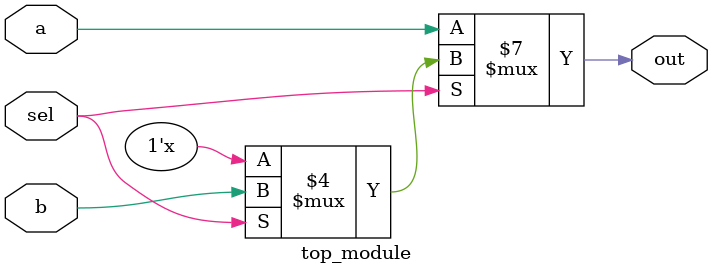
<source format=sv>
module top_module (
	input a,
	input b,
	input sel,
	output out
);

	always @(a, b, sel) begin
		if (sel == 1'b0)
			out <= a;
		else if (sel == 1'b1)
			out <= b;
	end

endmodule

</source>
